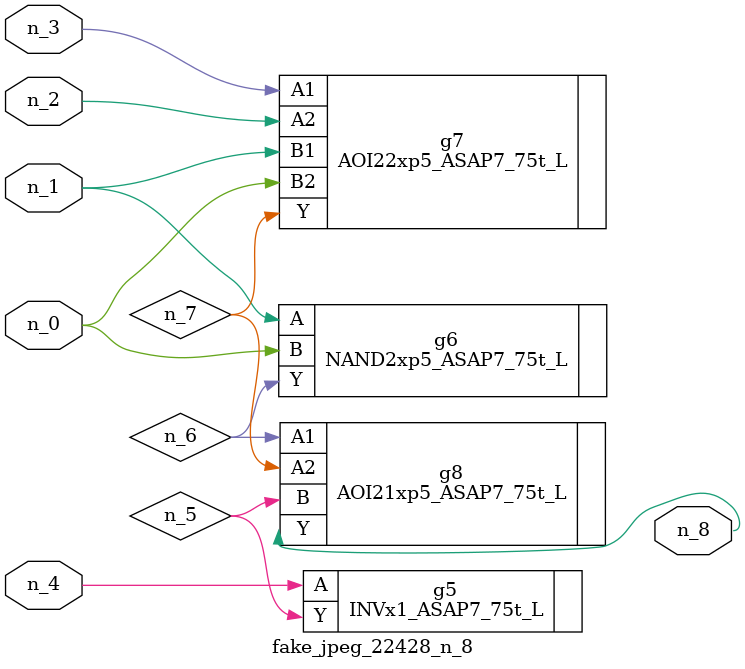
<source format=v>
module fake_jpeg_22428_n_8 (n_3, n_2, n_1, n_0, n_4, n_8);

input n_3;
input n_2;
input n_1;
input n_0;
input n_4;

output n_8;

wire n_6;
wire n_5;
wire n_7;

INVx1_ASAP7_75t_L g5 ( 
.A(n_4),
.Y(n_5)
);

NAND2xp5_ASAP7_75t_L g6 ( 
.A(n_1),
.B(n_0),
.Y(n_6)
);

AOI22xp5_ASAP7_75t_L g7 ( 
.A1(n_3),
.A2(n_2),
.B1(n_1),
.B2(n_0),
.Y(n_7)
);

AOI21xp5_ASAP7_75t_L g8 ( 
.A1(n_6),
.A2(n_7),
.B(n_5),
.Y(n_8)
);


endmodule
</source>
